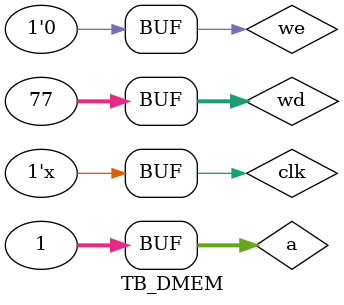
<source format=sv>
module TB_DMEM();
 logic clk, we;
 logic [31:0] a, wd;
 logic [31:0] rd;
 
 
 P_RAM d(clk,we,a,wd,rd);
 
 initial begin
  #10; 
  clk = 0; we = 0; #10;
  
  a = 0;  wd = 1; #10; we = 1;  #10;
  a = 0;  we = 0;
  
  a = 100;  wd = 66; #10; we = 1;  #10;
  a = 100;  we = 0;
  
    
  a = 1;  wd = 77; #10; we = 1;  #10;
  a = 1;  we = 0;
  
 
 end
 
 always begin
  clk = ~clk; #5;
 end

endmodule
</source>
